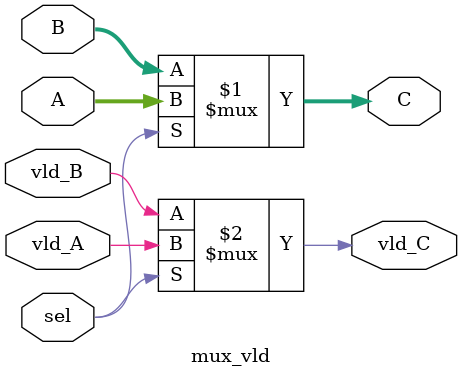
<source format=v>
module mux_vld #(
    parameter WIDTH=32
) (
    input sel,
    input [WIDTH-1:0]A,
    input [WIDTH-1:0]B,
    output[WIDTH-1:0]C,
    input            vld_A,
    input            vld_B,
    output           vld_C
);
    assign C=sel?A:B;
    assign vld_C = sel?vld_A:vld_B;
endmodule

</source>
